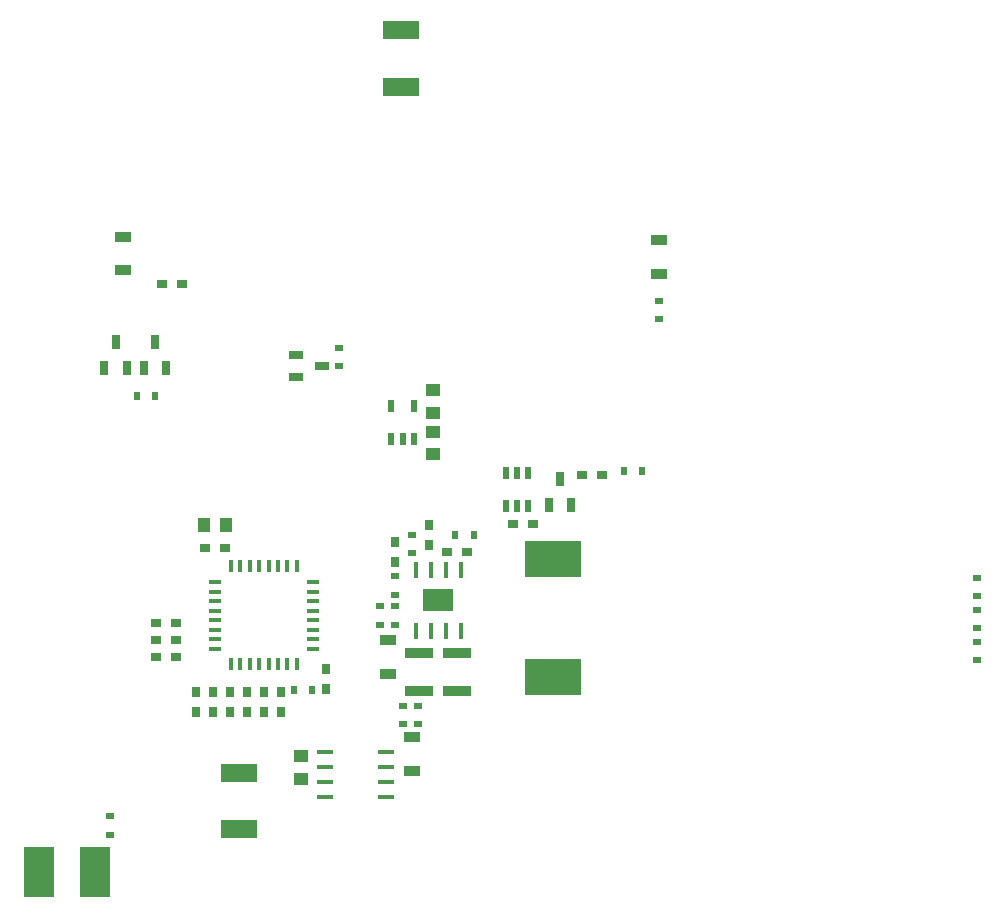
<source format=gbp>
G04 --- HEADER BEGIN --- *
%TF.GenerationSoftware,LibrePCB,LibrePCB,0.1.3*%
%TF.CreationDate,2020-03-08T21:05:15*%
%TF.ProjectId,Hydro Battery Charger - default,71762d7e-e7f1-403c-8020-db9670c01e9b,v3*%
%TF.Part,Single*%
%FSLAX66Y66*%
%MOMM*%
G01*
G74*
G04 --- HEADER END --- *
G04 --- APERTURE LIST BEGIN --- *
%ADD10R,1.24X1.04*%
%ADD11R,1.439X0.384*%
%ADD12R,0.8X0.9*%
%ADD13R,0.48X0.98*%
%ADD14R,0.65X0.6*%
%ADD15R,2.46X0.96*%
%ADD16R,2.56X4.36*%
%ADD17R,0.9X0.8*%
%ADD18R,1.2X0.8*%
%ADD19R,0.384X1.439*%
%ADD20R,2.62X1.92*%
%ADD21R,0.8X1.2*%
%ADD22R,1.39X0.84*%
%ADD23R,4.73X3.08*%
%ADD24R,0.6X0.65*%
%ADD25R,3.02X1.52*%
%ADD26R,0.36X1.11*%
%ADD27R,1.11X0.36*%
%ADD28R,1.04X1.24*%
G04 --- APERTURE LIST END --- *
G04 --- BOARD BEGIN --- *
D10*
X25558750Y33335000D03*
X25558750Y31435000D03*
D11*
X32745500Y32385000D03*
X27579500Y29845000D03*
X32745500Y33655000D03*
X27579500Y32385000D03*
X27579500Y31115000D03*
X32745500Y31115000D03*
X27579500Y33655000D03*
X32745500Y29845000D03*
D12*
X22383750Y38791250D03*
X22383750Y37091250D03*
D13*
X35081250Y62995000D03*
X33181250Y60195000D03*
X34131250Y60195000D03*
X35081250Y60195000D03*
X33181250Y62995000D03*
D14*
X28733750Y67926250D03*
X28733750Y66376250D03*
D15*
X35560000Y38881250D03*
X35560000Y42081250D03*
D16*
X3352800Y23495000D03*
X8077200Y23495000D03*
D12*
X18097500Y37091250D03*
X18097500Y38791250D03*
D14*
X82796250Y43002500D03*
X82796250Y41452500D03*
D17*
X14978750Y44608750D03*
X13278750Y44608750D03*
D18*
X25093750Y67307500D03*
X27293750Y66357500D03*
X25093750Y65407500D03*
D14*
X33496250Y44468750D03*
X33496250Y46018750D03*
D19*
X36517500Y49096750D03*
X36507500Y43930750D03*
X37777500Y43930750D03*
X39047500Y43930750D03*
X35237500Y43930750D03*
D20*
X37147500Y46513750D03*
D19*
X39057500Y49096750D03*
X35247500Y49096750D03*
X37787500Y49096750D03*
D21*
X46516250Y54621250D03*
X47466250Y56821250D03*
X48416250Y54621250D03*
D22*
X32861250Y40326250D03*
X32861250Y43176250D03*
D23*
X46873868Y50011154D03*
X46873868Y40061154D03*
D12*
X16668750Y37091250D03*
X16668750Y38791250D03*
D14*
X82796250Y46850000D03*
X82796250Y48400000D03*
X34131250Y36055000D03*
X34131250Y37605000D03*
D22*
X10477500Y74457500D03*
X10477500Y77307500D03*
D14*
X35401250Y36055000D03*
X35401250Y37605000D03*
D17*
X14978750Y41751250D03*
X13278750Y41751250D03*
X51015000Y57150000D03*
X49315000Y57150000D03*
D14*
X82796250Y44151250D03*
X82796250Y45701250D03*
X34925000Y52051250D03*
X34925000Y50501250D03*
D21*
X8892500Y66210000D03*
X9842500Y68410000D03*
X10792500Y66210000D03*
D14*
X55880000Y71895000D03*
X55880000Y70345000D03*
X9366250Y26688750D03*
X9366250Y28238750D03*
D12*
X20955000Y37091250D03*
X20955000Y38791250D03*
D22*
X34925000Y32071250D03*
X34925000Y34921250D03*
D24*
X24942500Y38893750D03*
X26492500Y38893750D03*
D12*
X36353750Y51220000D03*
X36353750Y52920000D03*
D24*
X11607500Y63817500D03*
X13157500Y63817500D03*
D25*
X20320000Y31927500D03*
X20320000Y27127500D03*
D24*
X38595000Y52070000D03*
X40145000Y52070000D03*
D25*
X33972500Y94792500D03*
X33972500Y89992500D03*
D21*
X12226250Y66210000D03*
X13176250Y68410000D03*
X14126250Y66210000D03*
D17*
X43441250Y53022500D03*
X45141250Y53022500D03*
D10*
X36671250Y58898750D03*
X36671250Y60798750D03*
D17*
X13278750Y43180000D03*
X14978750Y43180000D03*
D13*
X43815000Y57280000D03*
X43815000Y54480000D03*
X44765000Y57280000D03*
X44765000Y54480000D03*
X42865000Y54480000D03*
X42865000Y57280000D03*
D26*
X21983750Y49393750D03*
X25183750Y49393750D03*
X21183750Y49393750D03*
D27*
X26533750Y46443750D03*
X26533750Y48043750D03*
D26*
X20383750Y41093750D03*
D27*
X26533750Y42443750D03*
X26533750Y44043750D03*
D26*
X19583750Y49393750D03*
X23583750Y41093750D03*
D27*
X18233750Y44843750D03*
D26*
X20383750Y49393750D03*
D27*
X18233750Y44043750D03*
D26*
X19583750Y41093750D03*
X25183750Y41093750D03*
D27*
X18233750Y46443750D03*
X18233750Y43243750D03*
X18233750Y45643750D03*
X26533750Y47243750D03*
D26*
X22783750Y41093750D03*
D27*
X26533750Y45643750D03*
D26*
X24383750Y49393750D03*
X21183750Y41093750D03*
D27*
X26533750Y43243750D03*
D26*
X24383750Y41093750D03*
D27*
X18233750Y48043750D03*
D26*
X23583750Y49393750D03*
D27*
X18233750Y42443750D03*
X26533750Y44843750D03*
D26*
X22783750Y49393750D03*
D27*
X18233750Y47243750D03*
D26*
X21983750Y41093750D03*
D14*
X33496250Y48558750D03*
X33496250Y47008750D03*
D17*
X17406250Y50958750D03*
X19106250Y50958750D03*
D14*
X32226250Y44468750D03*
X32226250Y46018750D03*
D24*
X54432500Y57467500D03*
X52882500Y57467500D03*
D12*
X19526250Y37091250D03*
X19526250Y38791250D03*
X33496250Y49791250D03*
X33496250Y51491250D03*
D10*
X36671250Y64291250D03*
X36671250Y62391250D03*
D22*
X55880000Y76990000D03*
X55880000Y74140000D03*
D17*
X15455000Y73342500D03*
X13755000Y73342500D03*
X39585000Y50641250D03*
X37885000Y50641250D03*
D15*
X38735000Y42085036D03*
X38735000Y38885036D03*
D12*
X27622500Y40696250D03*
X27622500Y38996250D03*
D28*
X19206250Y52863750D03*
X17306250Y52863750D03*
D12*
X23812500Y38791250D03*
X23812500Y37091250D03*
G04 --- BOARD END --- *
%TF.MD5,25796f7ccee06c8ce65165fa1f818e01*%
M02*

</source>
